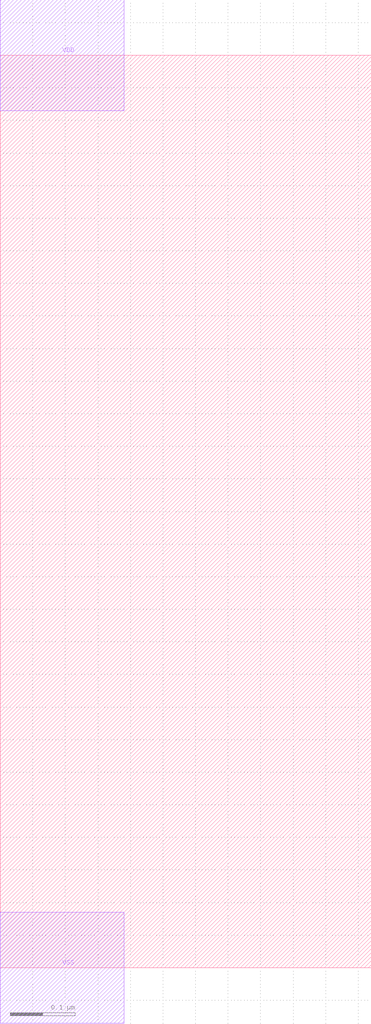
<source format=lef>
VERSION 5.6 ;
BUSBITCHARS "[]" ;
DIVIDERCHAR "/" ;

UNITS
  DATABASE MICRONS 2000 ;
END UNITS

MANUFACTURINGGRID 0.0050 ;

MACRO FILLCELL_X3
  CLASS core ;
  FOREIGN FILLCELL_X3 0.0 0.0 ;
  ORIGIN 0 0 ;
  SYMMETRY X Y ;
  SITE FreePDK45_38x28_10R_NP_162NW_34O ;
  SIZE 0.57 BY 1.4 ;
  PIN VDD
    DIRECTION INOUT ;
    USE power ;
    SHAPE ABUTMENT ;
    PORT
      LAYER metal1 ;
        POLYGON 0 1.315 0.19 1.315 0.19 1.485 0 1.485  ;
    END
  END VDD
  PIN VSS
    DIRECTION INOUT ;
    USE ground ;
    SHAPE ABUTMENT ;
    PORT
      LAYER metal1 ;
        POLYGON 0 -0.085 0.19 -0.085 0.19 0.085 0 0.085  ;
    END
  END VSS
END FILLCELL_X3

</source>
